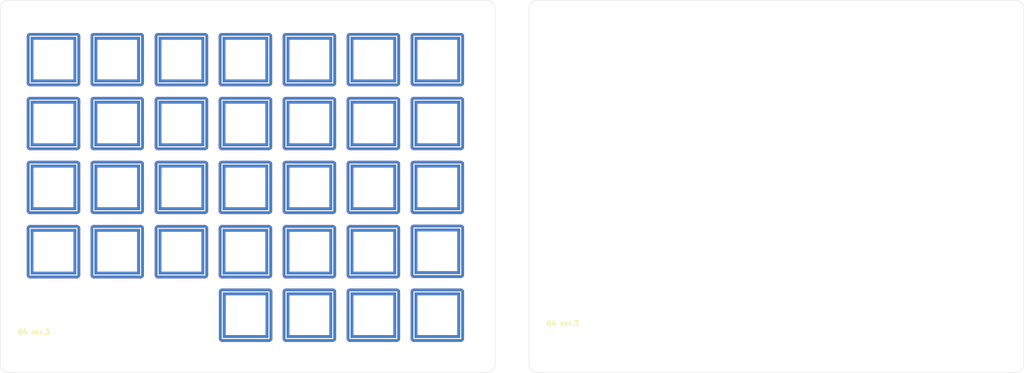
<source format=kicad_pcb>
(kicad_pcb (version 20221018) (generator pcbnew)
  (layers (0 "F.Cu" signal) (31 "B.Cu" signal) (34 "B.Paste" user) (35 "F.Paste" user) (36 "B.SilkS" user "B.Silkscreen") (37 "F.SilkS" user "F.Silkscreen") (38 "B.Mask" user) (39 "F.Mask" user) (44 "Edge.Cuts" user))
  (net 0 "")
  (footprint "keyboard_parts:m3_Screw_Hole" (layer "F.Cu") (at 321.858025 126.601974)
    (fp_text reference "REF**" hide)
    (fp_text value "m3_Screw_Hole" hide)
    (pad "" np_thru_hole circle (at 0 0) (size 3.6 3.6) (drill 3.6) (layers "*.Cu" "*.Mask"))
  )
  (footprint "Salicylic-acid3_kbd_SW_Hole:SW_Hole_TH_1u" (layer "F.Cu") (at 95.885 95.306051)
    (fp_text reference "SW46" hide)
    (fp_text value "SW_Push" hide)
    (pad "1" thru_hole oval (at -6.95 0) (size 2 15.9) (drill oval 0.3 14.2) (layers "*.Cu" "*.Mask"))
    (pad "1" thru_hole oval (at 0 -6.95 90) (size 2 15.9) (drill oval 0.3 14.2) (layers "*.Cu" "*.Mask"))
    (pad "1" thru_hole oval (at 0 6.95 90) (size 2 15.9) (drill oval 0.3 14.2) (layers "*.Cu" "*.Mask"))
    (pad "1" thru_hole oval (at 6.95 0) (size 2 15.9) (drill oval 0.3 14.2) (layers "*.Cu" "*.Mask"))
  )
  (footprint "keyboard_parts:m3_Screw_Hole" (layer "F.Cu") (at 186.238025 126.601974)
    (fp_text reference "REF**" hide)
    (fp_text value "m3_Screw_Hole" hide)
    (pad "" np_thru_hole circle (at 0 0) (size 3.6 3.6) (drill 3.6) (layers "*.Cu" "*.Mask"))
  )
  (footprint "keyboard_parts:m3_Screw_Hole" (layer "F.Cu") (at 28.78 25.696051)
    (fp_text reference "REF**" hide)
    (fp_text value "m3_Screw_Hole" hide)
    (pad "" np_thru_hole circle (at 0 0) (size 3.6 3.6) (drill 3.6) (layers "*.Cu" "*.Mask"))
  )
  (footprint "keyboard_parts:m3_Screw_Hole" (layer "F.Cu") (at 321.858025 25.701974)
    (fp_text reference "REF**" hide)
    (fp_text value "m3_Screw_Hole" hide)
    (pad "" np_thru_hole circle (at 0 0) (size 3.6 3.6) (drill 3.6) (layers "*.Cu" "*.Mask"))
  )
  (footprint "keyboard_parts:m3_Screw_Hole" (layer "F.Cu") (at 186.238025 25.701974)
    (fp_text reference "REF**" hide)
    (fp_text value "m3_Screw_Hole" hide)
    (pad "" np_thru_hole circle (at 0 0) (size 3.6 3.6) (drill 3.6) (layers "*.Cu" "*.Mask"))
  )
  (footprint "Salicylic-acid3_kbd_SW_Hole:SW_Hole_TH_1u" (layer "F.Cu") (at 133.985 76.136051)
    (fp_text reference "SW34" hide)
    (fp_text value "SW_Push" hide)
    (pad "1" thru_hole oval (at -6.95 0) (size 2 15.9) (drill oval 0.3 14.2) (layers "*.Cu" "*.Mask"))
    (pad "1" thru_hole oval (at 0 -6.95 90) (size 2 15.9) (drill oval 0.3 14.2) (layers "*.Cu" "*.Mask"))
    (pad "1" thru_hole oval (at 0 6.95 90) (size 2 15.9) (drill oval 0.3 14.2) (layers "*.Cu" "*.Mask"))
    (pad "1" thru_hole oval (at 6.95 0) (size 2 15.9) (drill oval 0.3 14.2) (layers "*.Cu" "*.Mask"))
  )
  (footprint "Salicylic-acid3_kbd_SW_Hole:SW_Hole_TH_1u" (layer "F.Cu") (at 38.735 57.086051)
    (fp_text reference "SW15" hide)
    (fp_text value "SW_Push" hide)
    (pad "1" thru_hole oval (at -6.95 0) (size 2 15.9) (drill oval 0.3 14.2) (layers "*.Cu" "*.Mask"))
    (pad "1" thru_hole oval (at 0 -6.95 90) (size 2 15.9) (drill oval 0.3 14.2) (layers "*.Cu" "*.Mask"))
    (pad "1" thru_hole oval (at 0 6.95 90) (size 2 15.9) (drill oval 0.3 14.2) (layers "*.Cu" "*.Mask"))
    (pad "1" thru_hole oval (at 6.95 0) (size 2 15.9) (drill oval 0.3 14.2) (layers "*.Cu" "*.Mask"))
  )
  (footprint "Salicylic-acid3_kbd_SW_Hole:SW_Hole_TH_1u" (layer "F.Cu") (at 76.835 95.306051)
    (fp_text reference "SW45" hide)
    (fp_text value "SW_Push" hide)
    (pad "1" thru_hole oval (at -6.95 0) (size 2 15.9) (drill oval 0.3 14.2) (layers "*.Cu" "*.Mask"))
    (pad "1" thru_hole oval (at 0 -6.95 90) (size 2 15.9) (drill oval 0.3 14.2) (layers "*.Cu" "*.Mask"))
    (pad "1" thru_hole oval (at 0 6.95 90) (size 2 15.9) (drill oval 0.3 14.2) (layers "*.Cu" "*.Mask"))
    (pad "1" thru_hole oval (at 6.95 0) (size 2 15.9) (drill oval 0.3 14.2) (layers "*.Cu" "*.Mask"))
  )
  (footprint "Salicylic-acid3_kbd_SW_Hole:SW_Hole_TH_1u" (layer "F.Cu") (at 95.945 114.236051)
    (fp_text reference "SW57" hide)
    (fp_text value "SW_Push" hide)
    (pad "1" thru_hole oval (at -6.95 0) (size 2 15.9) (drill oval 0.3 14.2) (layers "*.Cu" "*.Mask"))
    (pad "1" thru_hole oval (at 0 -6.95 90) (size 2 15.9) (drill oval 0.3 14.2) (layers "*.Cu" "*.Mask"))
    (pad "1" thru_hole oval (at 0 6.95 90) (size 2 15.9) (drill oval 0.3 14.2) (layers "*.Cu" "*.Mask"))
    (pad "1" thru_hole oval (at 6.95 0) (size 2 15.9) (drill oval 0.3 14.2) (layers "*.Cu" "*.Mask"))
  )
  (footprint "Salicylic-acid3_kbd_SW_Hole:SW_Hole_TH_1u" (layer "F.Cu") (at 38.735 38.036051)
    (fp_text reference "SW1" hide)
    (fp_text value "SW_Push" hide)
    (pad "1" thru_hole oval (at -6.95 0) (size 2 15.9) (drill oval 0.3 14.2) (layers "*.Cu" "*.Mask"))
    (pad "1" thru_hole oval (at 0 -6.95 90) (size 2 15.9) (drill oval 0.3 14.2) (layers "*.Cu" "*.Mask"))
    (pad "1" thru_hole oval (at 0 6.95 90) (size 2 15.9) (drill oval 0.3 14.2) (layers "*.Cu" "*.Mask"))
    (pad "1" thru_hole oval (at 6.95 0) (size 2 15.9) (drill oval 0.3 14.2) (layers "*.Cu" "*.Mask"))
  )
  (footprint "Salicylic-acid3_kbd_SW_Hole:SW_Hole_TH_1u" (layer "F.Cu") (at 114.935 114.236051)
    (fp_text reference "SW58" hide)
    (fp_text value "SW_Push" hide)
    (pad "1" thru_hole oval (at -6.95 0) (size 2 15.9) (drill oval 0.3 14.2) (layers "*.Cu" "*.Mask"))
    (pad "1" thru_hole oval (at 0 -6.95 90) (size 2 15.9) (drill oval 0.3 14.2) (layers "*.Cu" "*.Mask"))
    (pad "1" thru_hole oval (at 0 6.95 90) (size 2 15.9) (drill oval 0.3 14.2) (layers "*.Cu" "*.Mask"))
    (pad "1" thru_hole oval (at 6.95 0) (size 2 15.9) (drill oval 0.3 14.2) (layers "*.Cu" "*.Mask"))
  )
  (footprint "Salicylic-acid3_kbd_SW_Hole:SW_Hole_TH_1u" (layer "F.Cu") (at 57.715 57.086051)
    (fp_text reference "SW16" hide)
    (fp_text value "SW_Push" hide)
    (pad "1" thru_hole oval (at -6.95 0) (size 2 15.9) (drill oval 0.3 14.2) (layers "*.Cu" "*.Mask"))
    (pad "1" thru_hole oval (at 0 -6.95 90) (size 2 15.9) (drill oval 0.3 14.2) (layers "*.Cu" "*.Mask"))
    (pad "1" thru_hole oval (at 0 6.95 90) (size 2 15.9) (drill oval 0.3 14.2) (layers "*.Cu" "*.Mask"))
    (pad "1" thru_hole oval (at 6.95 0) (size 2 15.9) (drill oval 0.3 14.2) (layers "*.Cu" "*.Mask"))
  )
  (footprint "Salicylic-acid3_kbd_SW_Hole:SW_Hole_TH_1u" (layer "F.Cu") (at 114.935 57.086051)
    (fp_text reference "SW19" hide)
    (fp_text value "SW_Push" hide)
    (pad "1" thru_hole oval (at -6.95 0) (size 2 15.9) (drill oval 0.3 14.2) (layers "*.Cu" "*.Mask"))
    (pad "1" thru_hole oval (at 0 -6.95 90) (size 2 15.9) (drill oval 0.3 14.2) (layers "*.Cu" "*.Mask"))
    (pad "1" thru_hole oval (at 0 6.95 90) (size 2 15.9) (drill oval 0.3 14.2) (layers "*.Cu" "*.Mask"))
    (pad "1" thru_hole oval (at 6.95 0) (size 2 15.9) (drill oval 0.3 14.2) (layers "*.Cu" "*.Mask"))
  )
  (footprint "Salicylic-acid3_kbd_SW_Hole:SW_Hole_TH_1u" (layer "F.Cu") (at 38.735 95.306051)
    (fp_text reference "SW43" hide)
    (fp_text value "SW_Push" hide)
    (pad "1" thru_hole oval (at -6.95 0) (size 2 15.9) (drill oval 0.3 14.2) (layers "*.Cu" "*.Mask"))
    (pad "1" thru_hole oval (at 0 -6.95 90) (size 2 15.9) (drill oval 0.3 14.2) (layers "*.Cu" "*.Mask"))
    (pad "1" thru_hole oval (at 0 6.95 90) (size 2 15.9) (drill oval 0.3 14.2) (layers "*.Cu" "*.Mask"))
    (pad "1" thru_hole oval (at 6.95 0) (size 2 15.9) (drill oval 0.3 14.2) (layers "*.Cu" "*.Mask"))
  )
  (footprint "Salicylic-acid3_kbd_SW_Hole:SW_Hole_TH_1u" (layer "F.Cu") (at 114.935 95.306051)
    (fp_text reference "SW47" hide)
    (fp_text value "SW_Push" hide)
    (pad "1" thru_hole oval (at -6.95 0) (size 2 15.9) (drill oval 0.3 14.2) (layers "*.Cu" "*.Mask"))
    (pad "1" thru_hole oval (at 0 -6.95 90) (size 2 15.9) (drill oval 0.3 14.2) (layers "*.Cu" "*.Mask"))
    (pad "1" thru_hole oval (at 0 6.95 90) (size 2 15.9) (drill oval 0.3 14.2) (layers "*.Cu" "*.Mask"))
    (pad "1" thru_hole oval (at 6.95 0) (size 2 15.9) (drill oval 0.3 14.2) (layers "*.Cu" "*.Mask"))
  )
  (footprint "Salicylic-acid3_kbd_SW_Hole:SW_Hole_TH_1u" (layer "F.Cu") (at 153.035 76.136051)
    (fp_text reference "SW35" hide)
    (fp_text value "SW_Push" hide)
    (pad "1" thru_hole oval (at -6.95 0) (size 2 15.9) (drill oval 0.3 14.2) (layers "*.Cu" "*.Mask"))
    (pad "1" thru_hole oval (at 0 -6.95 90) (size 2 15.9) (drill oval 0.3 14.2) (layers "*.Cu" "*.Mask"))
    (pad "1" thru_hole oval (at 0 6.95 90) (size 2 15.9) (drill oval 0.3 14.2) (layers "*.Cu" "*.Mask"))
    (pad "1" thru_hole oval (at 6.95 0) (size 2 15.9) (drill oval 0.3 14.2) (layers "*.Cu" "*.Mask"))
  )
  (footprint "Salicylic-acid3_kbd_SW_Hole:SW_Hole_TH_1u" (layer "F.Cu") (at 57.715 76.136051)
    (fp_text reference "SW30" hide)
    (fp_text value "SW_Push" hide)
    (pad "1" thru_hole oval (at -6.95 0) (size 2 15.9) (drill oval 0.3 14.2) (layers "*.Cu" "*.Mask"))
    (pad "1" thru_hole oval (at 0 -6.95 90) (size 2 15.9) (drill oval 0.3 14.2) (layers "*.Cu" "*.Mask"))
    (pad "1" thru_hole oval (at 0 6.95 90) (size 2 15.9) (drill oval 0.3 14.2) (layers "*.Cu" "*.Mask"))
    (pad "1" thru_hole oval (at 6.95 0) (size 2 15.9) (drill oval 0.3 14.2) (layers "*.Cu" "*.Mask"))
  )
  (footprint "Salicylic-acid3_kbd_SW_Hole:SW_Hole_TH_1u" (layer "F.Cu") (at 114.935 76.136051)
    (fp_text reference "SW33" hide)
    (fp_text value "SW_Push" hide)
    (pad "1" thru_hole oval (at -6.95 0) (size 2 15.9) (drill oval 0.3 14.2) (layers "*.Cu" "*.Mask"))
    (pad "1" thru_hole oval (at 0 -6.95 90) (size 2 15.9) (drill oval 0.3 14.2) (layers "*.Cu" "*.Mask"))
    (pad "1" thru_hole oval (at 0 6.95 90) (size 2 15.9) (drill oval 0.3 14.2) (layers "*.Cu" "*.Mask"))
    (pad "1" thru_hole oval (at 6.95 0) (size 2 15.9) (drill oval 0.3 14.2) (layers "*.Cu" "*.Mask"))
  )
  (footprint "Salicylic-acid3_kbd_SW_Hole:SW_Hole_TH_1u" (layer "F.Cu") (at 133.985 38.036051)
    (fp_text reference "SW6" hide)
    (fp_text value "SW_Push" hide)
    (pad "1" thru_hole oval (at -6.95 0) (size 2 15.9) (drill oval 0.3 14.2) (layers "*.Cu" "*.Mask"))
    (pad "1" thru_hole oval (at 0 -6.95 90) (size 2 15.9) (drill oval 0.3 14.2) (layers "*.Cu" "*.Mask"))
    (pad "1" thru_hole oval (at 0 6.95 90) (size 2 15.9) (drill oval 0.3 14.2) (layers "*.Cu" "*.Mask"))
    (pad "1" thru_hole oval (at 6.95 0) (size 2 15.9) (drill oval 0.3 14.2) (layers "*.Cu" "*.Mask"))
  )
  (footprint "Salicylic-acid3_kbd_SW_Hole:SW_Hole_TH_1u" (layer "F.Cu") (at 57.715 95.306051)
    (fp_text reference "SW44" hide)
    (fp_text value "SW_Push" hide)
    (pad "1" thru_hole oval (at -6.95 0) (size 2 15.9) (drill oval 0.3 14.2) (layers "*.Cu" "*.Mask"))
    (pad "1" thru_hole oval (at 0 -6.95 90) (size 2 15.9) (drill oval 0.3 14.2) (layers "*.Cu" "*.Mask"))
    (pad "1" thru_hole oval (at 0 6.95 90) (size 2 15.9) (drill oval 0.3 14.2) (layers "*.Cu" "*.Mask"))
    (pad "1" thru_hole oval (at 6.95 0) (size 2 15.9) (drill oval 0.3 14.2) (layers "*.Cu" "*.Mask"))
  )
  (footprint "keyboard_parts:m3_Screw_Hole" (layer "F.Cu") (at 28.78 126.596051)
    (fp_text reference "REF**" hide)
    (fp_text value "m3_Screw_Hole" hide)
    (pad "" np_thru_hole circle (at 0 0) (size 3.6 3.6) (drill 3.6) (layers "*.Cu" "*.Mask"))
  )
  (footprint "Salicylic-acid3_kbd_SW_Hole:SW_Hole_TH_1u" (layer "F.Cu") (at 153.035 95.186051)
    (fp_text reference "SW49" hide)
    (fp_text value "SW_Push" hide)
    (pad "1" thru_hole oval (at -6.95 0) (size 2 15.9) (drill oval 0.3 14.2) (layers "*.Cu" "*.Mask"))
    (pad "1" thru_hole oval (at 0 -6.95 90) (size 2 15.9) (drill oval 0.3 14.2) (layers "*.Cu" "*.Mask"))
    (pad "1" thru_hole oval (at 0 6.95 90) (size 2 15.9) (drill oval 0.3 14.2) (layers "*.Cu" "*.Mask"))
    (pad "1" thru_hole oval (at 6.95 0) (size 2 15.9) (drill oval 0.3 14.2) (layers "*.Cu" "*.Mask"))
  )
  (footprint "Salicylic-acid3_kbd_SW_Hole:SW_Hole_TH_1u" (layer "F.Cu") (at 153.035 57.086051)
    (fp_text reference "SW21" hide)
    (fp_text value "SW_Push" hide)
    (pad "1" thru_hole oval (at -6.95 0) (size 2 15.9) (drill oval 0.3 14.2) (layers "*.Cu" "*.Mask"))
    (pad "1" thru_hole oval (at 0 -6.95 90) (size 2 15.9) (drill oval 0.3 14.2) (layers "*.Cu" "*.Mask"))
    (pad "1" thru_hole oval (at 0 6.95 90) (size 2 15.9) (drill oval 0.3 14.2) (layers "*.Cu" "*.Mask"))
    (pad "1" thru_hole oval (at 6.95 0) (size 2 15.9) (drill oval 0.3 14.2) (layers "*.Cu" "*.Mask"))
  )
  (footprint "Salicylic-acid3_kbd_SW_Hole:SW_Hole_TH_1u" (layer "F.Cu") (at 38.735 76.136051)
    (fp_text reference "SW29" hide)
    (fp_text value "SW_Push" hide)
    (pad "1" thru_hole oval (at -6.95 0) (size 2 15.9) (drill oval 0.3 14.2) (layers "*.Cu" "*.Mask"))
    (pad "1" thru_hole oval (at 0 -6.95 90) (size 2 15.9) (drill oval 0.3 14.2) (layers "*.Cu" "*.Mask"))
    (pad "1" thru_hole oval (at 0 6.95 90) (size 2 15.9) (drill oval 0.3 14.2) (layers "*.Cu" "*.Mask"))
    (pad "1" thru_hole oval (at 6.95 0) (size 2 15.9) (drill oval 0.3 14.2) (layers "*.Cu" "*.Mask"))
  )
  (footprint "Salicylic-acid3_kbd_SW_Hole:SW_Hole_TH_1u" (layer "F.Cu") (at 95.885 38.036051)
    (fp_text reference "SW4" hide)
    (fp_text value "SW_Push" hide)
    (pad "1" thru_hole oval (at -6.95 0) (size 2 15.9) (drill oval 0.3 14.2) (layers "*.Cu" "*.Mask"))
    (pad "1" thru_hole oval (at 0 -6.95 90) (size 2 15.9) (drill oval 0.3 14.2) (layers "*.Cu" "*.Mask"))
    (pad "1" thru_hole oval (at 0 6.95 90) (size 2 15.9) (drill oval 0.3 14.2) (layers "*.Cu" "*.Mask"))
    (pad "1" thru_hole oval (at 6.95 0) (size 2 15.9) (drill oval 0.3 14.2) (layers "*.Cu" "*.Mask"))
  )
  (footprint "Salicylic-acid3_kbd_SW_Hole:SW_Hole_TH_1u" (layer "F.Cu") (at 133.985 114.236051)
    (fp_text reference "SW59" hide)
    (fp_text value "SW_Push" hide)
    (pad "1" thru_hole oval (at -6.95 0) (size 2 15.9) (drill oval 0.3 14.2) (layers "*.Cu" "*.Mask"))
    (pad "1" thru_hole oval (at 0 -6.95 90) (size 2 15.9) (drill oval 0.3 14.2) (layers "*.Cu" "*.Mask"))
    (pad "1" thru_hole oval (at 0 6.95 90) (size 2 15.9) (drill oval 0.3 14.2) (layers "*.Cu" "*.Mask"))
    (pad "1" thru_hole oval (at 6.95 0) (size 2 15.9) (drill oval 0.3 14.2) (layers "*.Cu" "*.Mask"))
  )
  (footprint "Salicylic-acid3_kbd_SW_Hole:SW_Hole_TH_1u" (layer "F.Cu") (at 133.985 57.086051)
    (fp_text reference "SW20" hide)
    (fp_text value "SW_Push" hide)
    (pad "1" thru_hole oval (at -6.95 0) (size 2 15.9) (drill oval 0.3 14.2) (layers "*.Cu" "*.Mask"))
    (pad "1" thru_hole oval (at 0 -6.95 90) (size 2 15.9) (drill oval 0.3 14.2) (layers "*.Cu" "*.Mask"))
    (pad "1" thru_hole oval (at 0 6.95 90) (size 2 15.9) (drill oval 0.3 14.2) (layers "*.Cu" "*.Mask"))
    (pad "1" thru_hole oval (at 6.95 0) (size 2 15.9) (drill oval 0.3 14.2) (layers "*.Cu" "*.Mask"))
  )
  (footprint "Salicylic-acid3_kbd_SW_Hole:SW_Hole_TH_1u" (layer "F.Cu") (at 95.885 76.136051)
    (fp_text reference "SW32" hide)
    (fp_text value "SW_Push" hide)
    (pad "1" thru_hole oval (at -6.95 0) (size 2 15.9) (drill oval 0.3 14.2) (layers "*.Cu" "*.Mask"))
    (pad "1" thru_hole oval (at 0 -6.95 90) (size 2 15.9) (drill oval 0.3 14.2) (layers "*.Cu" "*.Mask"))
    (pad "1" thru_hole oval (at 0 6.95 90) (size 2 15.9) (drill oval 0.3 14.2) (layers "*.Cu" "*.Mask"))
    (pad "1" thru_hole oval (at 6.95 0) (size 2 15.9) (drill oval 0.3 14.2) (layers "*.Cu" "*.Mask"))
  )
  (footprint "Salicylic-acid3_kbd_SW_Hole:SW_Hole_TH_1u" (layer "F.Cu") (at 57.715 38.036051)
    (fp_text reference "SW2" hide)
    (fp_text value "SW_Push" hide)
    (pad "1" thru_hole oval (at -6.95 0) (size 2 15.9) (drill oval 0.3 14.2) (layers "*.Cu" "*.Mask"))
    (pad "1" thru_hole oval (at 0 -6.95 90) (size 2 15.9) (drill oval 0.3 14.2) (layers "*.Cu" "*.Mask"))
    (pad "1" thru_hole oval (at 0 6.95 90) (size 2 15.9) (drill oval 0.3 14.2) (layers "*.Cu" "*.Mask"))
    (pad "1" thru_hole oval (at 6.95 0) (size 2 15.9) (drill oval 0.3 14.2) (layers "*.Cu" "*.Mask"))
  )
  (footprint "Salicylic-acid3_kbd_SW_Hole:SW_Hole_TH_1u" (layer "F.Cu") (at 76.835 38.036051)
    (fp_text reference "SW3" hide)
    (fp_text value "SW_Push" hide)
    (pad "1" thru_hole oval (at -6.95 0) (size 2 15.9) (drill oval 0.3 14.2) (layers "*.Cu" "*.Mask"))
    (pad "1" thru_hole oval (at 0 -6.95 90) (size 2 15.9) (drill oval 0.3 14.2) (layers "*.Cu" "*.Mask"))
    (pad "1" thru_hole oval (at 0 6.95 90) (size 2 15.9) (drill oval 0.3 14.2) (layers "*.Cu" "*.Mask"))
    (pad "1" thru_hole oval (at 6.95 0) (size 2 15.9) (drill oval 0.3 14.2) (layers "*.Cu" "*.Mask"))
  )
  (footprint "Salicylic-acid3_kbd_SW_Hole:SW_Hole_TH_1u" (layer "F.Cu") (at 153.035 38.036051)
    (fp_text reference "SW7" hide)
    (fp_text value "SW_Push" hide)
    (pad "1" thru_hole oval (at -6.95 0) (size 2 15.9) (drill oval 0.3 14.2) (layers "*.Cu" "*.Mask"))
    (pad "1" thru_hole oval (at 0 -6.95 90) (size 2 15.9) (drill oval 0.3 14.2) (layers "*.Cu" "*.Mask"))
    (pad "1" thru_hole oval (at 0 6.95 90) (size 2 15.9) (drill oval 0.3 14.2) (layers "*.Cu" "*.Mask"))
    (pad "1" thru_hole oval (at 6.95 0) (size 2 15.9) (drill oval 0.3 14.2) (layers "*.Cu" "*.Mask"))
  )
  (footprint "Salicylic-acid3_kbd_SW_Hole:SW_Hole_TH_1u" (layer "F.Cu") (at 76.835 57.086051)
    (fp_text reference "SW17" hide)
    (fp_text value "SW_Push" hide)
    (pad "1" thru_hole oval (at -6.95 0) (size 2 15.9) (drill oval 0.3 14.2) (layers "*.Cu" "*.Mask"))
    (pad "1" thru_hole oval (at 0 -6.95 90) (size 2 15.9) (drill oval 0.3 14.2) (layers "*.Cu" "*.Mask"))
    (pad "1" thru_hole oval (at 0 6.95 90) (size 2 15.9) (drill oval 0.3 14.2) (layers "*.Cu" "*.Mask"))
    (pad "1" thru_hole oval (at 6.95 0) (size 2 15.9) (drill oval 0.3 14.2) (layers "*.Cu" "*.Mask"))
  )
  (footprint "Salicylic-acid3_kbd_SW_Hole:SW_Hole_TH_1u" (layer "F.Cu") (at 133.985 95.306051)
    (fp_text reference "SW48" hide)
    (fp_text value "SW_Push" hide)
    (pad "1" thru_hole oval (at -6.95 0) (size 2 15.9) (drill oval 0.3 14.2) (layers "*.Cu" "*.Mask"))
    (pad "1" thru_hole oval (at 0 -6.95 90) (size 2 15.9) (drill oval 0.3 14.2) (layers "*.Cu" "*.Mask"))
    (pad "1" thru_hole oval (at 0 6.95 90) (size 2 15.9) (drill oval 0.3 14.2) (layers "*.Cu" "*.Mask"))
    (pad "1" thru_hole oval (at 6.95 0) (size 2 15.9) (drill oval 0.3 14.2) (layers "*.Cu" "*.Mask"))
  )
  (footprint "Salicylic-acid3_kbd_SW_Hole:SW_Hole_TH_1u" (layer "F.Cu") (at 153.035 114.236051)
    (fp_text reference "SW60" hide)
    (fp_text value "SW_Push" hide)
    (pad "1" thru_hole oval (at -6.95 0) (size 2 15.9) (drill oval 0.3 14.2) (layers "*.Cu" "*.Mask"))
    (pad "1" thru_hole oval (at 0 -6.95 90) (size 2 15.9) (drill oval 0.3 14.2) (layers "*.Cu" "*.Mask"))
    (pad "1" thru_hole oval (at 0 6.95 90) (size 2 15.9) (drill oval 0.3 14.2) (layers "*.Cu" "*.Mask"))
    (pad "1" thru_hole oval (at 6.95 0) (size 2 15.9) (drill oval 0.3 14.2) (layers "*.Cu" "*.Mask"))
  )
  (footprint "Salicylic-acid3_kbd_SW_Hole:SW_Hole_TH_1u" (layer "F.Cu") (at 95.885 57.086051)
    (fp_text reference "SW18" hide)
    (fp_text value "SW_Push" hide)
    (pad "1" thru_hole oval (at -6.95 0) (size 2 15.9) (drill oval 0.3 14.2) (layers "*.Cu" "*.Mask"))
    (pad "1" thru_hole oval (at 0 -6.95 90) (size 2 15.9) (drill oval 0.3 14.2) (layers "*.Cu" "*.Mask"))
    (pad "1" thru_hole oval (at 0 6.95 90) (size 2 15.9) (drill oval 0.3 14.2) (layers "*.Cu" "*.Mask"))
    (pad "1" thru_hole oval (at 6.95 0) (size 2 15.9) (drill oval 0.3 14.2) (layers "*.Cu" "*.Mask"))
  )
  (footprint "keyboard_parts:m3_Screw_Hole" (layer "F.Cu") (at 164.4 126.596051)
    (fp_text reference "REF**" hide)
    (fp_text value "m3_Screw_Hole" hide)
    (pad "" np_thru_hole circle (at 0 0) (size 3.6 3.6) (drill 3.6) (layers "*.Cu" "*.Mask"))
  )
  (footprint "Salicylic-acid3_kbd_SW_Hole:SW_Hole_TH_1u" (layer "F.Cu") (at 76.835 76.136051)
    (fp_text reference "SW31" hide)
    (fp_text value "SW_Push" hide)
    (pad "1" thru_hole oval (at -6.95 0) (size 2 15.9) (drill oval 0.3 14.2) (layers "*.Cu" "*.Mask"))
    (pad "1" thru_hole oval (at 0 -6.95 90) (size 2 15.9) (drill oval 0.3 14.2) (layers "*.Cu" "*.Mask"))
    (pad "1" thru_hole oval (at 0 6.95 90) (size 2 15.9) (drill oval 0.3 14.2) (layers "*.Cu" "*.Mask"))
    (pad "1" thru_hole oval (at 6.95 0) (size 2 15.9) (drill oval 0.3 14.2) (layers "*.Cu" "*.Mask"))
  )
  (footprint "keyboard_parts:m3_Screw_Hole" (layer "F.Cu") (at 164.4 25.696051)
    (fp_text reference "REF**" hide)
    (fp_text value "m3_Screw_Hole" hide)
    (pad "" np_thru_hole circle (at 0 0) (size 3.6 3.6) (drill 3.6) (layers "*.Cu" "*.Mask"))
  )
  (footprint "Salicylic-acid3_kbd_SW_Hole:SW_Hole_TH_1u" (layer "F.Cu") (at 114.935 38.036051)
    (fp_text reference "SW5" hide)
    (fp_text value "SW_Push" hide)
    (pad "1" thru_hole oval (at -6.95 0) (size 2 15.9) (drill oval 0.3 14.2) (layers "*.Cu" "*.Mask"))
    (pad "1" thru_hole oval (at 0 -6.95 90) (size 2 15.9) (drill oval 0.3 14.2) (layers "*.Cu" "*.Mask"))
    (pad "1" thru_hole oval (at 0 6.95 90) (size 2 15.9) (drill oval 0.3 14.2) (layers "*.Cu" "*.Mask"))
    (pad "1" thru_hole oval (at 6.95 0) (size 2 15.9) (drill oval 0.3 14.2) (layers "*.Cu" "*.Mask"))
  )
  (gr_arc (start 170.223949 128.836051) (mid 169.479985 130.632087) (end 167.683949 131.376051) (stroke (width 0.1)) (layer "Edge.Cuts"))
  (gr_line (start 25.4 131.376051) (end 167.683949 131.376051) (stroke (width 0.1)) (layer "Edge.Cuts"))
  (gr_arc (start 180.318025 22.861974) (mid 181.061973 21.065922) (end 182.858025 20.321974) (stroke (width 0.1)) (layer "Edge.Cuts"))
  (gr_line (start 182.858025 131.381974) (end 325.141974 131.381974) (stroke (width 0.1)) (layer "Edge.Cuts"))
  (gr_arc (start 182.858025 131.381974) (mid 181.061982 130.638016) (end 180.318025 128.841974) (stroke (width 0.1)) (layer "Edge.Cuts"))
  (gr_arc (start 22.86 22.856051) (mid 23.603948 21.059999) (end 25.4 20.316051) (stroke (width 0.1)) (layer "Edge.Cuts"))
  (gr_arc (start 25.4 131.376051) (mid 23.603966 130.632099) (end 22.86 128.836051) (stroke (width 0.1)) (layer "Edge.Cuts"))
  (gr_arc (start 325.141974 20.318025) (mid 326.937993 21.061991) (end 327.681974 22.858025) (stroke (width 0.1)) (layer "Edge.Cuts"))
  (gr_arc (start 327.681974 128.841974) (mid 326.938039 130.638039) (end 325.141974 131.381974) (stroke (width 0.1)) (layer "Edge.Cuts"))
  (gr_line (start 170.223949 22.852102) (end 170.223949 128.836051) (stroke (width 0.1)) (layer "Edge.Cuts"))
  (gr_line (start 327.681974 22.858025) (end 327.681974 128.841974) (stroke (width 0.1)) (layer "Edge.Cuts"))
  (gr_arc (start 167.683949 20.312102) (mid 169.480003 21.056062) (end 170.223949 22.852102) (stroke (width 0.1)) (layer "Edge.Cuts"))
  (gr_line (start 182.858025 20.321974) (end 325.141974 20.318025) (stroke (width 0.1)) (layer "Edge.Cuts"))
  (gr_line (start 180.318025 22.861974) (end 180.318025 128.841974) (stroke (width 0.1)) (layer "Edge.Cuts"))
  (gr_line (start 22.86 22.856051) (end 22.86 128.836051) (stroke (width 0.1)) (layer "Edge.Cuts"))
  (gr_line (start 25.4 20.316051) (end 167.683949 20.312102) (stroke (width 0.1)) (layer "Edge.Cuts"))
  (gr_text "64 ver.3" (at 185.398025 117.585923) (layer "F.SilkS") (effects (font (size 1.5 1.5) (thickness 0.3) bold) (justify left bottom)))
  (gr_text "64 ver.3" (at 27.94 120.12) (layer "F.SilkS") (effects (font (size 1.5 1.5) (thickness 0.3) bold) (justify left bottom)))
)
</source>
